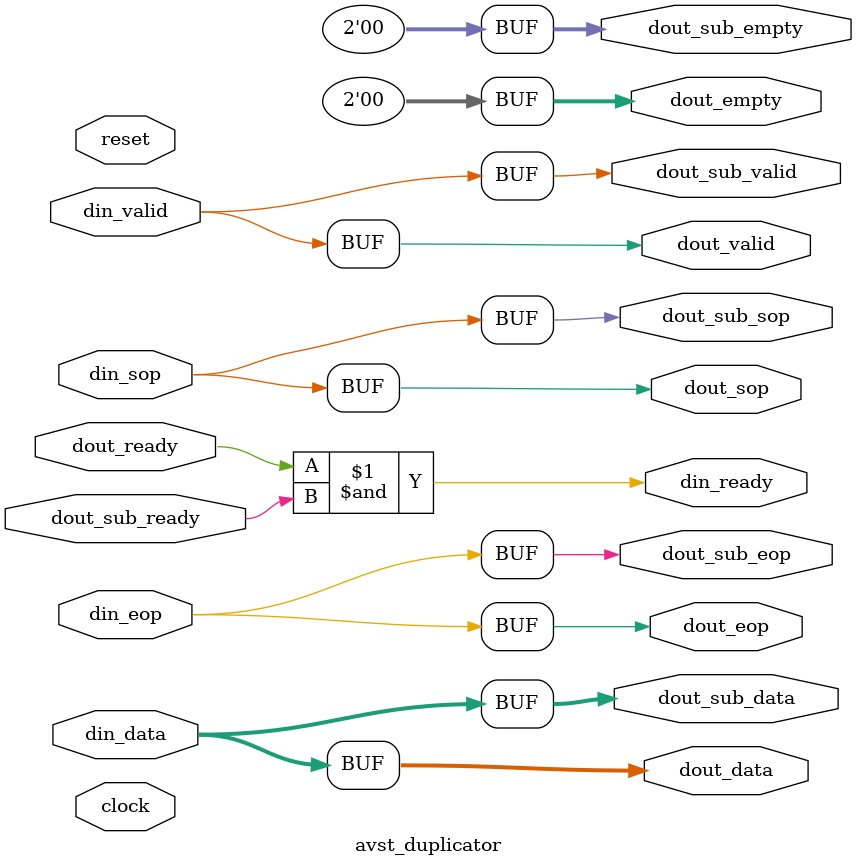
<source format=v>
module avst_duplicator(
 clock,
 reset,

 din_ready,
 din_valid,
 din_data,
 din_sop,
 din_eop,
// din_empty,

 dout_ready,
 dout_valid,
 dout_data,
 dout_sop,
 dout_eop,
 dout_empty,


 dout_sub_ready,
 dout_sub_valid,
 dout_sub_data,
 dout_sub_sop,
 dout_sub_eop,
 dout_sub_empty


// control_av_chipselect,
// control_av_write,
// control_av_address,
// control_av_writedata,
// control_av_readdata
//// ,control_av_waitrequest

);

input clock;
input reset;

output din_ready;
input din_valid;
input [23:0] din_data;
input din_sop;
input din_eop;
//input [1:0] din_empty;

input dout_ready;
output dout_valid;
output [23:0] dout_data;
output dout_sop;
output dout_eop;
output [1:0] dout_empty;

input dout_sub_ready;
output dout_sub_valid;
output [23:0] dout_sub_data;
output dout_sub_sop;
output dout_sub_eop;
output [1:0]  dout_sub_empty;


//input control_av_chipselect;
//input control_av_write;
//input [0:0] control_av_address;
//input [31:0] control_av_writedata;
//output [31:0] control_av_readdata;

//assign dout_empty = 0;



///////////////////////
// Avalon-MM slave regs
/*
reg [31:0] cpu_reg0;
reg [31:0] cpu_reg1;
reg write_reg;

always @(posedge clock or posedge reset) begin
  if (reset) begin
    cpu_reg0 <= 32'b0;
    cpu_reg1 <= 32'b0;
  end
  else begin
    if ( ( control_av_address == 0 ) & control_av_write & control_av_chipselect) 
      cpu_reg0 <= control_av_writedata;
    else if ( ( control_av_address == 1 ) & control_av_write & control_av_chipselect) 
      cpu_reg1 <= control_av_writedata;
  end
end

wire write_adr1_en =  ( control_av_address == 1 ) & control_av_write & control_av_chipselect;
always @(posedge clock or posedge reset) begin
  if (reset) 
    write_reg <= 1'b0;
  else
    write_reg <= write_adr1_en;
end

wire write_neg_edge =  write_reg & ~write_adr1_en;

assign control_av_readdata = ( control_av_address == 0 ) ? cpu_reg0 : cpu_reg1;
*/
///////////////////////

//assign din_ready = dout_ready;
assign din_ready = dout_ready & dout_sub_ready;


// detect control packet
/*
  reg is_ctrl_packet;
  reg endofpacket_reg;

  always @(posedge clock or posedge reset ) begin
    if (reset) begin
      is_ctrl_packet <= 1'b0;
    end
    else if (din_valid) begin
      if (din_sop) begin
        if (din_data[3:0]==4'hf) begin
          is_ctrl_packet <= 1'b1;
        end
      end
      else if (din_eop) begin
        is_ctrl_packet <= 1'b0;
      end
    end
  end
  always @(posedge clock) begin
    endofpacket_reg <= din_eop;
  end

  wire ctrl_packet_mask = (din_sop & (din_data[3:0]==4'hf)) | (is_ctrl_packet & !endofpacket_reg);
*/
/*
  reg dout_sub_ready_reg;
  always @(posedge clock or posedge reset ) begin
    if (reset) 
      dout_sub_ready_reg <= 1'b0;
    else
      dout_sub_ready_reg <= dout_sub_ready;
  end
*/

  assign dout_data = din_data;
  assign dout_valid = din_valid;
  assign dout_sop = din_sop;
  assign dout_eop = din_eop;
  assign dout_empty = 2'b0;


  assign dout_sub_data = din_data;
  assign dout_sub_valid = din_valid; 
  assign dout_sub_sop = din_sop;
  assign dout_sub_eop = din_eop ;
  assign dout_sub_empty = 2'b0;

//  wire [7:0] data_low_zero = (din_data[7:0]<=cpu_reg0[7:0]) ? cpu_reg0[23:16] : cpu_reg0[15:8];
//  wire [7:0] data_mid_zero = (din_data[15:8]<=cpu_reg0[7:0]) ? cpu_reg0[23:16] : cpu_reg0[15:8];
//  wire [7:0] data_hig_zero = (din_data[23:16]<=cpu_reg0[7:0]) ? cpu_reg0[23:16] : cpu_reg0[15:8];

//  wire [7:0] data_all_zero = ( (din_data[23:16]<=cpu_reg0[7:0]) & (din_data[15:8]<=cpu_reg0[7:0]) & (din_data[7:0]<=cpu_reg0[7:0]) ) ? cpu_reg0[23:16] : cpu_reg0[15:8];

/*
  reg [7:0] alpha_data;
  always @(cpu_reg0 or data_low_zero or data_mid_zero or data_hig_zero or data_all_zero) begin
    case (cpu_reg0[31:24])
      8'h00: alpha_data = cpu_reg0[7:0];
      8'h01: alpha_data = data_hig_zero;
      8'h02: alpha_data = data_mid_zero;
      8'h03: alpha_data = data_low_zero;
      8'h04: alpha_data = data_all_zero;
      default: alpha_data = 8'h00;
    endcase
  end
*/

//  assign dout_alpha_data = ((din_sop) ? 8'b0: alpha_data);



endmodule




</source>
